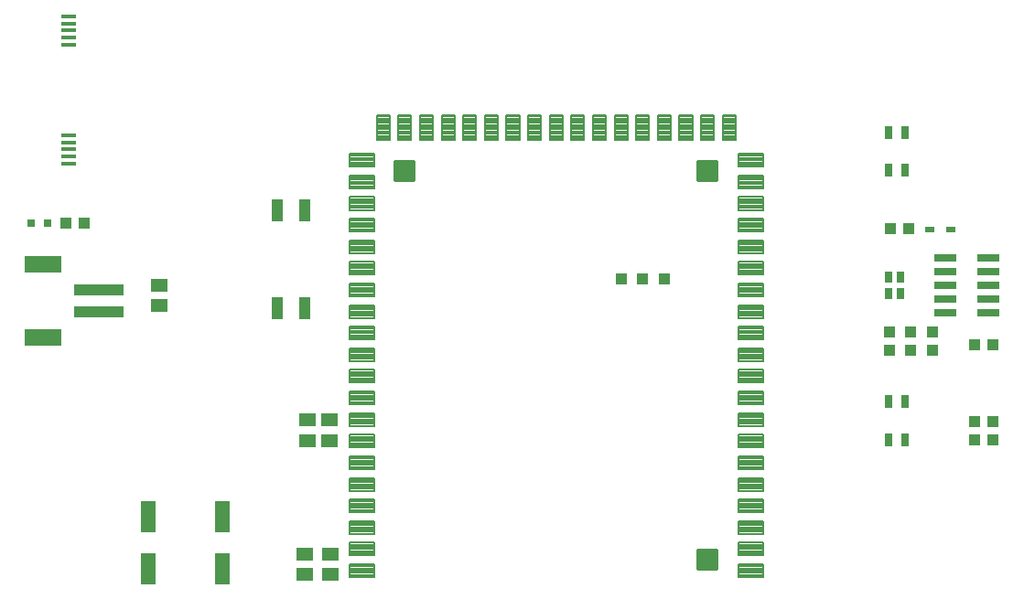
<source format=gtp>
G75*
%MOIN*%
%OFA0B0*%
%FSLAX25Y25*%
%IPPOS*%
%LPD*%
%AMOC8*
5,1,8,0,0,1.08239X$1,22.5*
%
%ADD10R,0.18110X0.03937*%
%ADD11R,0.13386X0.06299*%
%ADD12R,0.03150X0.03150*%
%ADD13R,0.04331X0.03937*%
%ADD14R,0.03937X0.04331*%
%ADD15R,0.04300X0.07900*%
%ADD16R,0.03150X0.03937*%
%ADD17C,0.00827*%
%ADD18C,0.01181*%
%ADD19R,0.03937X0.03937*%
%ADD20R,0.05906X0.05118*%
%ADD21R,0.05512X0.11811*%
%ADD22R,0.05512X0.01575*%
%ADD23R,0.02500X0.05000*%
%ADD24R,0.08268X0.02756*%
%ADD25R,0.03543X0.01969*%
D10*
X0047315Y0141164D03*
X0047315Y0149038D03*
D11*
X0026843Y0158487D03*
X0026843Y0131715D03*
D12*
X0028461Y0173427D03*
X0022556Y0173427D03*
D13*
X0335189Y0133605D03*
X0342984Y0133605D03*
X0350858Y0133605D03*
X0350858Y0126912D03*
X0342984Y0126912D03*
X0335189Y0126912D03*
D14*
X0366219Y0128959D03*
X0372912Y0128959D03*
X0372912Y0101006D03*
X0372912Y0094313D03*
X0366219Y0094313D03*
X0366219Y0101006D03*
X0342354Y0171321D03*
X0335661Y0171321D03*
X0041849Y0173427D03*
X0035156Y0173427D03*
D15*
X0112299Y0177864D03*
X0122299Y0177864D03*
X0122299Y0142464D03*
X0112299Y0142464D03*
D16*
X0334948Y0147660D03*
X0339279Y0147660D03*
X0339279Y0153565D03*
X0334948Y0153565D03*
D17*
X0289256Y0159255D02*
X0280240Y0159255D01*
X0289256Y0159255D02*
X0289256Y0154569D01*
X0280240Y0154569D01*
X0280240Y0159255D01*
X0280240Y0155355D02*
X0289256Y0155355D01*
X0289256Y0156141D02*
X0280240Y0156141D01*
X0280240Y0156927D02*
X0289256Y0156927D01*
X0289256Y0157713D02*
X0280240Y0157713D01*
X0280240Y0158499D02*
X0289256Y0158499D01*
X0289256Y0167129D02*
X0280240Y0167129D01*
X0289256Y0167129D02*
X0289256Y0162443D01*
X0280240Y0162443D01*
X0280240Y0167129D01*
X0280240Y0163229D02*
X0289256Y0163229D01*
X0289256Y0164015D02*
X0280240Y0164015D01*
X0280240Y0164801D02*
X0289256Y0164801D01*
X0289256Y0165587D02*
X0280240Y0165587D01*
X0280240Y0166373D02*
X0289256Y0166373D01*
X0289256Y0175003D02*
X0280240Y0175003D01*
X0289256Y0175003D02*
X0289256Y0170317D01*
X0280240Y0170317D01*
X0280240Y0175003D01*
X0280240Y0171103D02*
X0289256Y0171103D01*
X0289256Y0171889D02*
X0280240Y0171889D01*
X0280240Y0172675D02*
X0289256Y0172675D01*
X0289256Y0173461D02*
X0280240Y0173461D01*
X0280240Y0174247D02*
X0289256Y0174247D01*
X0289256Y0182877D02*
X0280240Y0182877D01*
X0289256Y0182877D02*
X0289256Y0178191D01*
X0280240Y0178191D01*
X0280240Y0182877D01*
X0280240Y0178977D02*
X0289256Y0178977D01*
X0289256Y0179763D02*
X0280240Y0179763D01*
X0280240Y0180549D02*
X0289256Y0180549D01*
X0289256Y0181335D02*
X0280240Y0181335D01*
X0280240Y0182121D02*
X0289256Y0182121D01*
X0289256Y0190751D02*
X0280240Y0190751D01*
X0289256Y0190751D02*
X0289256Y0186065D01*
X0280240Y0186065D01*
X0280240Y0190751D01*
X0280240Y0186851D02*
X0289256Y0186851D01*
X0289256Y0187637D02*
X0280240Y0187637D01*
X0280240Y0188423D02*
X0289256Y0188423D01*
X0289256Y0189209D02*
X0280240Y0189209D01*
X0280240Y0189995D02*
X0289256Y0189995D01*
X0289256Y0198625D02*
X0280240Y0198625D01*
X0289256Y0198625D02*
X0289256Y0193939D01*
X0280240Y0193939D01*
X0280240Y0198625D01*
X0280240Y0194725D02*
X0289256Y0194725D01*
X0289256Y0195511D02*
X0280240Y0195511D01*
X0280240Y0196297D02*
X0289256Y0196297D01*
X0289256Y0197083D02*
X0280240Y0197083D01*
X0280240Y0197869D02*
X0289256Y0197869D01*
X0274500Y0203616D02*
X0274500Y0212632D01*
X0279186Y0212632D01*
X0279186Y0203616D01*
X0274500Y0203616D01*
X0274500Y0204402D02*
X0279186Y0204402D01*
X0279186Y0205188D02*
X0274500Y0205188D01*
X0274500Y0205974D02*
X0279186Y0205974D01*
X0279186Y0206760D02*
X0274500Y0206760D01*
X0274500Y0207546D02*
X0279186Y0207546D01*
X0279186Y0208332D02*
X0274500Y0208332D01*
X0274500Y0209118D02*
X0279186Y0209118D01*
X0279186Y0209904D02*
X0274500Y0209904D01*
X0274500Y0210690D02*
X0279186Y0210690D01*
X0279186Y0211476D02*
X0274500Y0211476D01*
X0274500Y0212262D02*
X0279186Y0212262D01*
X0266626Y0212632D02*
X0266626Y0203616D01*
X0266626Y0212632D02*
X0271312Y0212632D01*
X0271312Y0203616D01*
X0266626Y0203616D01*
X0266626Y0204402D02*
X0271312Y0204402D01*
X0271312Y0205188D02*
X0266626Y0205188D01*
X0266626Y0205974D02*
X0271312Y0205974D01*
X0271312Y0206760D02*
X0266626Y0206760D01*
X0266626Y0207546D02*
X0271312Y0207546D01*
X0271312Y0208332D02*
X0266626Y0208332D01*
X0266626Y0209118D02*
X0271312Y0209118D01*
X0271312Y0209904D02*
X0266626Y0209904D01*
X0266626Y0210690D02*
X0271312Y0210690D01*
X0271312Y0211476D02*
X0266626Y0211476D01*
X0266626Y0212262D02*
X0271312Y0212262D01*
X0258751Y0212632D02*
X0258751Y0203616D01*
X0258751Y0212632D02*
X0263437Y0212632D01*
X0263437Y0203616D01*
X0258751Y0203616D01*
X0258751Y0204402D02*
X0263437Y0204402D01*
X0263437Y0205188D02*
X0258751Y0205188D01*
X0258751Y0205974D02*
X0263437Y0205974D01*
X0263437Y0206760D02*
X0258751Y0206760D01*
X0258751Y0207546D02*
X0263437Y0207546D01*
X0263437Y0208332D02*
X0258751Y0208332D01*
X0258751Y0209118D02*
X0263437Y0209118D01*
X0263437Y0209904D02*
X0258751Y0209904D01*
X0258751Y0210690D02*
X0263437Y0210690D01*
X0263437Y0211476D02*
X0258751Y0211476D01*
X0258751Y0212262D02*
X0263437Y0212262D01*
X0250877Y0212632D02*
X0250877Y0203616D01*
X0250877Y0212632D02*
X0255563Y0212632D01*
X0255563Y0203616D01*
X0250877Y0203616D01*
X0250877Y0204402D02*
X0255563Y0204402D01*
X0255563Y0205188D02*
X0250877Y0205188D01*
X0250877Y0205974D02*
X0255563Y0205974D01*
X0255563Y0206760D02*
X0250877Y0206760D01*
X0250877Y0207546D02*
X0255563Y0207546D01*
X0255563Y0208332D02*
X0250877Y0208332D01*
X0250877Y0209118D02*
X0255563Y0209118D01*
X0255563Y0209904D02*
X0250877Y0209904D01*
X0250877Y0210690D02*
X0255563Y0210690D01*
X0255563Y0211476D02*
X0250877Y0211476D01*
X0250877Y0212262D02*
X0255563Y0212262D01*
X0243003Y0212632D02*
X0243003Y0203616D01*
X0243003Y0212632D02*
X0247689Y0212632D01*
X0247689Y0203616D01*
X0243003Y0203616D01*
X0243003Y0204402D02*
X0247689Y0204402D01*
X0247689Y0205188D02*
X0243003Y0205188D01*
X0243003Y0205974D02*
X0247689Y0205974D01*
X0247689Y0206760D02*
X0243003Y0206760D01*
X0243003Y0207546D02*
X0247689Y0207546D01*
X0247689Y0208332D02*
X0243003Y0208332D01*
X0243003Y0209118D02*
X0247689Y0209118D01*
X0247689Y0209904D02*
X0243003Y0209904D01*
X0243003Y0210690D02*
X0247689Y0210690D01*
X0247689Y0211476D02*
X0243003Y0211476D01*
X0243003Y0212262D02*
X0247689Y0212262D01*
X0235129Y0212632D02*
X0235129Y0203616D01*
X0235129Y0212632D02*
X0239815Y0212632D01*
X0239815Y0203616D01*
X0235129Y0203616D01*
X0235129Y0204402D02*
X0239815Y0204402D01*
X0239815Y0205188D02*
X0235129Y0205188D01*
X0235129Y0205974D02*
X0239815Y0205974D01*
X0239815Y0206760D02*
X0235129Y0206760D01*
X0235129Y0207546D02*
X0239815Y0207546D01*
X0239815Y0208332D02*
X0235129Y0208332D01*
X0235129Y0209118D02*
X0239815Y0209118D01*
X0239815Y0209904D02*
X0235129Y0209904D01*
X0235129Y0210690D02*
X0239815Y0210690D01*
X0239815Y0211476D02*
X0235129Y0211476D01*
X0235129Y0212262D02*
X0239815Y0212262D01*
X0227255Y0212632D02*
X0227255Y0203616D01*
X0227255Y0212632D02*
X0231941Y0212632D01*
X0231941Y0203616D01*
X0227255Y0203616D01*
X0227255Y0204402D02*
X0231941Y0204402D01*
X0231941Y0205188D02*
X0227255Y0205188D01*
X0227255Y0205974D02*
X0231941Y0205974D01*
X0231941Y0206760D02*
X0227255Y0206760D01*
X0227255Y0207546D02*
X0231941Y0207546D01*
X0231941Y0208332D02*
X0227255Y0208332D01*
X0227255Y0209118D02*
X0231941Y0209118D01*
X0231941Y0209904D02*
X0227255Y0209904D01*
X0227255Y0210690D02*
X0231941Y0210690D01*
X0231941Y0211476D02*
X0227255Y0211476D01*
X0227255Y0212262D02*
X0231941Y0212262D01*
X0219381Y0212632D02*
X0219381Y0203616D01*
X0219381Y0212632D02*
X0224067Y0212632D01*
X0224067Y0203616D01*
X0219381Y0203616D01*
X0219381Y0204402D02*
X0224067Y0204402D01*
X0224067Y0205188D02*
X0219381Y0205188D01*
X0219381Y0205974D02*
X0224067Y0205974D01*
X0224067Y0206760D02*
X0219381Y0206760D01*
X0219381Y0207546D02*
X0224067Y0207546D01*
X0224067Y0208332D02*
X0219381Y0208332D01*
X0219381Y0209118D02*
X0224067Y0209118D01*
X0224067Y0209904D02*
X0219381Y0209904D01*
X0219381Y0210690D02*
X0224067Y0210690D01*
X0224067Y0211476D02*
X0219381Y0211476D01*
X0219381Y0212262D02*
X0224067Y0212262D01*
X0211507Y0212632D02*
X0211507Y0203616D01*
X0211507Y0212632D02*
X0216193Y0212632D01*
X0216193Y0203616D01*
X0211507Y0203616D01*
X0211507Y0204402D02*
X0216193Y0204402D01*
X0216193Y0205188D02*
X0211507Y0205188D01*
X0211507Y0205974D02*
X0216193Y0205974D01*
X0216193Y0206760D02*
X0211507Y0206760D01*
X0211507Y0207546D02*
X0216193Y0207546D01*
X0216193Y0208332D02*
X0211507Y0208332D01*
X0211507Y0209118D02*
X0216193Y0209118D01*
X0216193Y0209904D02*
X0211507Y0209904D01*
X0211507Y0210690D02*
X0216193Y0210690D01*
X0216193Y0211476D02*
X0211507Y0211476D01*
X0211507Y0212262D02*
X0216193Y0212262D01*
X0203633Y0212632D02*
X0203633Y0203616D01*
X0203633Y0212632D02*
X0208319Y0212632D01*
X0208319Y0203616D01*
X0203633Y0203616D01*
X0203633Y0204402D02*
X0208319Y0204402D01*
X0208319Y0205188D02*
X0203633Y0205188D01*
X0203633Y0205974D02*
X0208319Y0205974D01*
X0208319Y0206760D02*
X0203633Y0206760D01*
X0203633Y0207546D02*
X0208319Y0207546D01*
X0208319Y0208332D02*
X0203633Y0208332D01*
X0203633Y0209118D02*
X0208319Y0209118D01*
X0208319Y0209904D02*
X0203633Y0209904D01*
X0203633Y0210690D02*
X0208319Y0210690D01*
X0208319Y0211476D02*
X0203633Y0211476D01*
X0203633Y0212262D02*
X0208319Y0212262D01*
X0195759Y0212632D02*
X0195759Y0203616D01*
X0195759Y0212632D02*
X0200445Y0212632D01*
X0200445Y0203616D01*
X0195759Y0203616D01*
X0195759Y0204402D02*
X0200445Y0204402D01*
X0200445Y0205188D02*
X0195759Y0205188D01*
X0195759Y0205974D02*
X0200445Y0205974D01*
X0200445Y0206760D02*
X0195759Y0206760D01*
X0195759Y0207546D02*
X0200445Y0207546D01*
X0200445Y0208332D02*
X0195759Y0208332D01*
X0195759Y0209118D02*
X0200445Y0209118D01*
X0200445Y0209904D02*
X0195759Y0209904D01*
X0195759Y0210690D02*
X0200445Y0210690D01*
X0200445Y0211476D02*
X0195759Y0211476D01*
X0195759Y0212262D02*
X0200445Y0212262D01*
X0187885Y0212632D02*
X0187885Y0203616D01*
X0187885Y0212632D02*
X0192571Y0212632D01*
X0192571Y0203616D01*
X0187885Y0203616D01*
X0187885Y0204402D02*
X0192571Y0204402D01*
X0192571Y0205188D02*
X0187885Y0205188D01*
X0187885Y0205974D02*
X0192571Y0205974D01*
X0192571Y0206760D02*
X0187885Y0206760D01*
X0187885Y0207546D02*
X0192571Y0207546D01*
X0192571Y0208332D02*
X0187885Y0208332D01*
X0187885Y0209118D02*
X0192571Y0209118D01*
X0192571Y0209904D02*
X0187885Y0209904D01*
X0187885Y0210690D02*
X0192571Y0210690D01*
X0192571Y0211476D02*
X0187885Y0211476D01*
X0187885Y0212262D02*
X0192571Y0212262D01*
X0180011Y0212632D02*
X0180011Y0203616D01*
X0180011Y0212632D02*
X0184697Y0212632D01*
X0184697Y0203616D01*
X0180011Y0203616D01*
X0180011Y0204402D02*
X0184697Y0204402D01*
X0184697Y0205188D02*
X0180011Y0205188D01*
X0180011Y0205974D02*
X0184697Y0205974D01*
X0184697Y0206760D02*
X0180011Y0206760D01*
X0180011Y0207546D02*
X0184697Y0207546D01*
X0184697Y0208332D02*
X0180011Y0208332D01*
X0180011Y0209118D02*
X0184697Y0209118D01*
X0184697Y0209904D02*
X0180011Y0209904D01*
X0180011Y0210690D02*
X0184697Y0210690D01*
X0184697Y0211476D02*
X0180011Y0211476D01*
X0180011Y0212262D02*
X0184697Y0212262D01*
X0172137Y0212632D02*
X0172137Y0203616D01*
X0172137Y0212632D02*
X0176823Y0212632D01*
X0176823Y0203616D01*
X0172137Y0203616D01*
X0172137Y0204402D02*
X0176823Y0204402D01*
X0176823Y0205188D02*
X0172137Y0205188D01*
X0172137Y0205974D02*
X0176823Y0205974D01*
X0176823Y0206760D02*
X0172137Y0206760D01*
X0172137Y0207546D02*
X0176823Y0207546D01*
X0176823Y0208332D02*
X0172137Y0208332D01*
X0172137Y0209118D02*
X0176823Y0209118D01*
X0176823Y0209904D02*
X0172137Y0209904D01*
X0172137Y0210690D02*
X0176823Y0210690D01*
X0176823Y0211476D02*
X0172137Y0211476D01*
X0172137Y0212262D02*
X0176823Y0212262D01*
X0164263Y0212632D02*
X0164263Y0203616D01*
X0164263Y0212632D02*
X0168949Y0212632D01*
X0168949Y0203616D01*
X0164263Y0203616D01*
X0164263Y0204402D02*
X0168949Y0204402D01*
X0168949Y0205188D02*
X0164263Y0205188D01*
X0164263Y0205974D02*
X0168949Y0205974D01*
X0168949Y0206760D02*
X0164263Y0206760D01*
X0164263Y0207546D02*
X0168949Y0207546D01*
X0168949Y0208332D02*
X0164263Y0208332D01*
X0164263Y0209118D02*
X0168949Y0209118D01*
X0168949Y0209904D02*
X0164263Y0209904D01*
X0164263Y0210690D02*
X0168949Y0210690D01*
X0168949Y0211476D02*
X0164263Y0211476D01*
X0164263Y0212262D02*
X0168949Y0212262D01*
X0156389Y0212632D02*
X0156389Y0203616D01*
X0156389Y0212632D02*
X0161075Y0212632D01*
X0161075Y0203616D01*
X0156389Y0203616D01*
X0156389Y0204402D02*
X0161075Y0204402D01*
X0161075Y0205188D02*
X0156389Y0205188D01*
X0156389Y0205974D02*
X0161075Y0205974D01*
X0161075Y0206760D02*
X0156389Y0206760D01*
X0156389Y0207546D02*
X0161075Y0207546D01*
X0161075Y0208332D02*
X0156389Y0208332D01*
X0156389Y0209118D02*
X0161075Y0209118D01*
X0161075Y0209904D02*
X0156389Y0209904D01*
X0156389Y0210690D02*
X0161075Y0210690D01*
X0161075Y0211476D02*
X0156389Y0211476D01*
X0156389Y0212262D02*
X0161075Y0212262D01*
X0148515Y0212632D02*
X0148515Y0203616D01*
X0148515Y0212632D02*
X0153201Y0212632D01*
X0153201Y0203616D01*
X0148515Y0203616D01*
X0148515Y0204402D02*
X0153201Y0204402D01*
X0153201Y0205188D02*
X0148515Y0205188D01*
X0148515Y0205974D02*
X0153201Y0205974D01*
X0153201Y0206760D02*
X0148515Y0206760D01*
X0148515Y0207546D02*
X0153201Y0207546D01*
X0153201Y0208332D02*
X0148515Y0208332D01*
X0148515Y0209118D02*
X0153201Y0209118D01*
X0153201Y0209904D02*
X0148515Y0209904D01*
X0148515Y0210690D02*
X0153201Y0210690D01*
X0153201Y0211476D02*
X0148515Y0211476D01*
X0148515Y0212262D02*
X0153201Y0212262D01*
X0147461Y0193939D02*
X0138445Y0193939D01*
X0138445Y0198625D01*
X0147461Y0198625D01*
X0147461Y0193939D01*
X0147461Y0194725D02*
X0138445Y0194725D01*
X0138445Y0195511D02*
X0147461Y0195511D01*
X0147461Y0196297D02*
X0138445Y0196297D01*
X0138445Y0197083D02*
X0147461Y0197083D01*
X0147461Y0197869D02*
X0138445Y0197869D01*
X0138445Y0186065D02*
X0147461Y0186065D01*
X0138445Y0186065D02*
X0138445Y0190751D01*
X0147461Y0190751D01*
X0147461Y0186065D01*
X0147461Y0186851D02*
X0138445Y0186851D01*
X0138445Y0187637D02*
X0147461Y0187637D01*
X0147461Y0188423D02*
X0138445Y0188423D01*
X0138445Y0189209D02*
X0147461Y0189209D01*
X0147461Y0189995D02*
X0138445Y0189995D01*
X0138445Y0178191D02*
X0147461Y0178191D01*
X0138445Y0178191D02*
X0138445Y0182877D01*
X0147461Y0182877D01*
X0147461Y0178191D01*
X0147461Y0178977D02*
X0138445Y0178977D01*
X0138445Y0179763D02*
X0147461Y0179763D01*
X0147461Y0180549D02*
X0138445Y0180549D01*
X0138445Y0181335D02*
X0147461Y0181335D01*
X0147461Y0182121D02*
X0138445Y0182121D01*
X0138445Y0170317D02*
X0147461Y0170317D01*
X0138445Y0170317D02*
X0138445Y0175003D01*
X0147461Y0175003D01*
X0147461Y0170317D01*
X0147461Y0171103D02*
X0138445Y0171103D01*
X0138445Y0171889D02*
X0147461Y0171889D01*
X0147461Y0172675D02*
X0138445Y0172675D01*
X0138445Y0173461D02*
X0147461Y0173461D01*
X0147461Y0174247D02*
X0138445Y0174247D01*
X0138445Y0162443D02*
X0147461Y0162443D01*
X0138445Y0162443D02*
X0138445Y0167129D01*
X0147461Y0167129D01*
X0147461Y0162443D01*
X0147461Y0163229D02*
X0138445Y0163229D01*
X0138445Y0164015D02*
X0147461Y0164015D01*
X0147461Y0164801D02*
X0138445Y0164801D01*
X0138445Y0165587D02*
X0147461Y0165587D01*
X0147461Y0166373D02*
X0138445Y0166373D01*
X0138445Y0154569D02*
X0147461Y0154569D01*
X0138445Y0154569D02*
X0138445Y0159255D01*
X0147461Y0159255D01*
X0147461Y0154569D01*
X0147461Y0155355D02*
X0138445Y0155355D01*
X0138445Y0156141D02*
X0147461Y0156141D01*
X0147461Y0156927D02*
X0138445Y0156927D01*
X0138445Y0157713D02*
X0147461Y0157713D01*
X0147461Y0158499D02*
X0138445Y0158499D01*
X0138445Y0146695D02*
X0147461Y0146695D01*
X0138445Y0146695D02*
X0138445Y0151381D01*
X0147461Y0151381D01*
X0147461Y0146695D01*
X0147461Y0147481D02*
X0138445Y0147481D01*
X0138445Y0148267D02*
X0147461Y0148267D01*
X0147461Y0149053D02*
X0138445Y0149053D01*
X0138445Y0149839D02*
X0147461Y0149839D01*
X0147461Y0150625D02*
X0138445Y0150625D01*
X0138445Y0138821D02*
X0147461Y0138821D01*
X0138445Y0138821D02*
X0138445Y0143507D01*
X0147461Y0143507D01*
X0147461Y0138821D01*
X0147461Y0139607D02*
X0138445Y0139607D01*
X0138445Y0140393D02*
X0147461Y0140393D01*
X0147461Y0141179D02*
X0138445Y0141179D01*
X0138445Y0141965D02*
X0147461Y0141965D01*
X0147461Y0142751D02*
X0138445Y0142751D01*
X0138445Y0130947D02*
X0147461Y0130947D01*
X0138445Y0130947D02*
X0138445Y0135633D01*
X0147461Y0135633D01*
X0147461Y0130947D01*
X0147461Y0131733D02*
X0138445Y0131733D01*
X0138445Y0132519D02*
X0147461Y0132519D01*
X0147461Y0133305D02*
X0138445Y0133305D01*
X0138445Y0134091D02*
X0147461Y0134091D01*
X0147461Y0134877D02*
X0138445Y0134877D01*
X0138445Y0123073D02*
X0147461Y0123073D01*
X0138445Y0123073D02*
X0138445Y0127759D01*
X0147461Y0127759D01*
X0147461Y0123073D01*
X0147461Y0123859D02*
X0138445Y0123859D01*
X0138445Y0124645D02*
X0147461Y0124645D01*
X0147461Y0125431D02*
X0138445Y0125431D01*
X0138445Y0126217D02*
X0147461Y0126217D01*
X0147461Y0127003D02*
X0138445Y0127003D01*
X0138445Y0115199D02*
X0147461Y0115199D01*
X0138445Y0115199D02*
X0138445Y0119885D01*
X0147461Y0119885D01*
X0147461Y0115199D01*
X0147461Y0115985D02*
X0138445Y0115985D01*
X0138445Y0116771D02*
X0147461Y0116771D01*
X0147461Y0117557D02*
X0138445Y0117557D01*
X0138445Y0118343D02*
X0147461Y0118343D01*
X0147461Y0119129D02*
X0138445Y0119129D01*
X0138445Y0107325D02*
X0147461Y0107325D01*
X0138445Y0107325D02*
X0138445Y0112011D01*
X0147461Y0112011D01*
X0147461Y0107325D01*
X0147461Y0108111D02*
X0138445Y0108111D01*
X0138445Y0108897D02*
X0147461Y0108897D01*
X0147461Y0109683D02*
X0138445Y0109683D01*
X0138445Y0110469D02*
X0147461Y0110469D01*
X0147461Y0111255D02*
X0138445Y0111255D01*
X0138445Y0099451D02*
X0147461Y0099451D01*
X0138445Y0099451D02*
X0138445Y0104137D01*
X0147461Y0104137D01*
X0147461Y0099451D01*
X0147461Y0100237D02*
X0138445Y0100237D01*
X0138445Y0101023D02*
X0147461Y0101023D01*
X0147461Y0101809D02*
X0138445Y0101809D01*
X0138445Y0102595D02*
X0147461Y0102595D01*
X0147461Y0103381D02*
X0138445Y0103381D01*
X0138445Y0091577D02*
X0147461Y0091577D01*
X0138445Y0091577D02*
X0138445Y0096263D01*
X0147461Y0096263D01*
X0147461Y0091577D01*
X0147461Y0092363D02*
X0138445Y0092363D01*
X0138445Y0093149D02*
X0147461Y0093149D01*
X0147461Y0093935D02*
X0138445Y0093935D01*
X0138445Y0094721D02*
X0147461Y0094721D01*
X0147461Y0095507D02*
X0138445Y0095507D01*
X0138445Y0083703D02*
X0147461Y0083703D01*
X0138445Y0083703D02*
X0138445Y0088389D01*
X0147461Y0088389D01*
X0147461Y0083703D01*
X0147461Y0084489D02*
X0138445Y0084489D01*
X0138445Y0085275D02*
X0147461Y0085275D01*
X0147461Y0086061D02*
X0138445Y0086061D01*
X0138445Y0086847D02*
X0147461Y0086847D01*
X0147461Y0087633D02*
X0138445Y0087633D01*
X0138445Y0075829D02*
X0147461Y0075829D01*
X0138445Y0075829D02*
X0138445Y0080515D01*
X0147461Y0080515D01*
X0147461Y0075829D01*
X0147461Y0076615D02*
X0138445Y0076615D01*
X0138445Y0077401D02*
X0147461Y0077401D01*
X0147461Y0078187D02*
X0138445Y0078187D01*
X0138445Y0078973D02*
X0147461Y0078973D01*
X0147461Y0079759D02*
X0138445Y0079759D01*
X0138445Y0067955D02*
X0147461Y0067955D01*
X0138445Y0067955D02*
X0138445Y0072641D01*
X0147461Y0072641D01*
X0147461Y0067955D01*
X0147461Y0068741D02*
X0138445Y0068741D01*
X0138445Y0069527D02*
X0147461Y0069527D01*
X0147461Y0070313D02*
X0138445Y0070313D01*
X0138445Y0071099D02*
X0147461Y0071099D01*
X0147461Y0071885D02*
X0138445Y0071885D01*
X0138445Y0060081D02*
X0147461Y0060081D01*
X0138445Y0060081D02*
X0138445Y0064767D01*
X0147461Y0064767D01*
X0147461Y0060081D01*
X0147461Y0060867D02*
X0138445Y0060867D01*
X0138445Y0061653D02*
X0147461Y0061653D01*
X0147461Y0062439D02*
X0138445Y0062439D01*
X0138445Y0063225D02*
X0147461Y0063225D01*
X0147461Y0064011D02*
X0138445Y0064011D01*
X0138445Y0052207D02*
X0147461Y0052207D01*
X0138445Y0052207D02*
X0138445Y0056893D01*
X0147461Y0056893D01*
X0147461Y0052207D01*
X0147461Y0052993D02*
X0138445Y0052993D01*
X0138445Y0053779D02*
X0147461Y0053779D01*
X0147461Y0054565D02*
X0138445Y0054565D01*
X0138445Y0055351D02*
X0147461Y0055351D01*
X0147461Y0056137D02*
X0138445Y0056137D01*
X0138445Y0044333D02*
X0147461Y0044333D01*
X0138445Y0044333D02*
X0138445Y0049019D01*
X0147461Y0049019D01*
X0147461Y0044333D01*
X0147461Y0045119D02*
X0138445Y0045119D01*
X0138445Y0045905D02*
X0147461Y0045905D01*
X0147461Y0046691D02*
X0138445Y0046691D01*
X0138445Y0047477D02*
X0147461Y0047477D01*
X0147461Y0048263D02*
X0138445Y0048263D01*
X0280240Y0049019D02*
X0289256Y0049019D01*
X0289256Y0044333D01*
X0280240Y0044333D01*
X0280240Y0049019D01*
X0280240Y0045119D02*
X0289256Y0045119D01*
X0289256Y0045905D02*
X0280240Y0045905D01*
X0280240Y0046691D02*
X0289256Y0046691D01*
X0289256Y0047477D02*
X0280240Y0047477D01*
X0280240Y0048263D02*
X0289256Y0048263D01*
X0289256Y0056893D02*
X0280240Y0056893D01*
X0289256Y0056893D02*
X0289256Y0052207D01*
X0280240Y0052207D01*
X0280240Y0056893D01*
X0280240Y0052993D02*
X0289256Y0052993D01*
X0289256Y0053779D02*
X0280240Y0053779D01*
X0280240Y0054565D02*
X0289256Y0054565D01*
X0289256Y0055351D02*
X0280240Y0055351D01*
X0280240Y0056137D02*
X0289256Y0056137D01*
X0289256Y0064767D02*
X0280240Y0064767D01*
X0289256Y0064767D02*
X0289256Y0060081D01*
X0280240Y0060081D01*
X0280240Y0064767D01*
X0280240Y0060867D02*
X0289256Y0060867D01*
X0289256Y0061653D02*
X0280240Y0061653D01*
X0280240Y0062439D02*
X0289256Y0062439D01*
X0289256Y0063225D02*
X0280240Y0063225D01*
X0280240Y0064011D02*
X0289256Y0064011D01*
X0289256Y0072641D02*
X0280240Y0072641D01*
X0289256Y0072641D02*
X0289256Y0067955D01*
X0280240Y0067955D01*
X0280240Y0072641D01*
X0280240Y0068741D02*
X0289256Y0068741D01*
X0289256Y0069527D02*
X0280240Y0069527D01*
X0280240Y0070313D02*
X0289256Y0070313D01*
X0289256Y0071099D02*
X0280240Y0071099D01*
X0280240Y0071885D02*
X0289256Y0071885D01*
X0289256Y0080515D02*
X0280240Y0080515D01*
X0289256Y0080515D02*
X0289256Y0075829D01*
X0280240Y0075829D01*
X0280240Y0080515D01*
X0280240Y0076615D02*
X0289256Y0076615D01*
X0289256Y0077401D02*
X0280240Y0077401D01*
X0280240Y0078187D02*
X0289256Y0078187D01*
X0289256Y0078973D02*
X0280240Y0078973D01*
X0280240Y0079759D02*
X0289256Y0079759D01*
X0289256Y0088389D02*
X0280240Y0088389D01*
X0289256Y0088389D02*
X0289256Y0083703D01*
X0280240Y0083703D01*
X0280240Y0088389D01*
X0280240Y0084489D02*
X0289256Y0084489D01*
X0289256Y0085275D02*
X0280240Y0085275D01*
X0280240Y0086061D02*
X0289256Y0086061D01*
X0289256Y0086847D02*
X0280240Y0086847D01*
X0280240Y0087633D02*
X0289256Y0087633D01*
X0289256Y0096263D02*
X0280240Y0096263D01*
X0289256Y0096263D02*
X0289256Y0091577D01*
X0280240Y0091577D01*
X0280240Y0096263D01*
X0280240Y0092363D02*
X0289256Y0092363D01*
X0289256Y0093149D02*
X0280240Y0093149D01*
X0280240Y0093935D02*
X0289256Y0093935D01*
X0289256Y0094721D02*
X0280240Y0094721D01*
X0280240Y0095507D02*
X0289256Y0095507D01*
X0289256Y0104137D02*
X0280240Y0104137D01*
X0289256Y0104137D02*
X0289256Y0099451D01*
X0280240Y0099451D01*
X0280240Y0104137D01*
X0280240Y0100237D02*
X0289256Y0100237D01*
X0289256Y0101023D02*
X0280240Y0101023D01*
X0280240Y0101809D02*
X0289256Y0101809D01*
X0289256Y0102595D02*
X0280240Y0102595D01*
X0280240Y0103381D02*
X0289256Y0103381D01*
X0289256Y0112011D02*
X0280240Y0112011D01*
X0289256Y0112011D02*
X0289256Y0107325D01*
X0280240Y0107325D01*
X0280240Y0112011D01*
X0280240Y0108111D02*
X0289256Y0108111D01*
X0289256Y0108897D02*
X0280240Y0108897D01*
X0280240Y0109683D02*
X0289256Y0109683D01*
X0289256Y0110469D02*
X0280240Y0110469D01*
X0280240Y0111255D02*
X0289256Y0111255D01*
X0289256Y0119885D02*
X0280240Y0119885D01*
X0289256Y0119885D02*
X0289256Y0115199D01*
X0280240Y0115199D01*
X0280240Y0119885D01*
X0280240Y0115985D02*
X0289256Y0115985D01*
X0289256Y0116771D02*
X0280240Y0116771D01*
X0280240Y0117557D02*
X0289256Y0117557D01*
X0289256Y0118343D02*
X0280240Y0118343D01*
X0280240Y0119129D02*
X0289256Y0119129D01*
X0289256Y0127759D02*
X0280240Y0127759D01*
X0289256Y0127759D02*
X0289256Y0123073D01*
X0280240Y0123073D01*
X0280240Y0127759D01*
X0280240Y0123859D02*
X0289256Y0123859D01*
X0289256Y0124645D02*
X0280240Y0124645D01*
X0280240Y0125431D02*
X0289256Y0125431D01*
X0289256Y0126217D02*
X0280240Y0126217D01*
X0280240Y0127003D02*
X0289256Y0127003D01*
X0289256Y0135633D02*
X0280240Y0135633D01*
X0289256Y0135633D02*
X0289256Y0130947D01*
X0280240Y0130947D01*
X0280240Y0135633D01*
X0280240Y0131733D02*
X0289256Y0131733D01*
X0289256Y0132519D02*
X0280240Y0132519D01*
X0280240Y0133305D02*
X0289256Y0133305D01*
X0289256Y0134091D02*
X0280240Y0134091D01*
X0280240Y0134877D02*
X0289256Y0134877D01*
X0289256Y0143507D02*
X0280240Y0143507D01*
X0289256Y0143507D02*
X0289256Y0138821D01*
X0280240Y0138821D01*
X0280240Y0143507D01*
X0280240Y0139607D02*
X0289256Y0139607D01*
X0289256Y0140393D02*
X0280240Y0140393D01*
X0280240Y0141179D02*
X0289256Y0141179D01*
X0289256Y0141965D02*
X0280240Y0141965D01*
X0280240Y0142751D02*
X0289256Y0142751D01*
X0289256Y0151381D02*
X0280240Y0151381D01*
X0289256Y0151381D02*
X0289256Y0146695D01*
X0280240Y0146695D01*
X0280240Y0151381D01*
X0280240Y0147481D02*
X0289256Y0147481D01*
X0289256Y0148267D02*
X0280240Y0148267D01*
X0280240Y0149053D02*
X0289256Y0149053D01*
X0289256Y0149839D02*
X0280240Y0149839D01*
X0280240Y0150625D02*
X0289256Y0150625D01*
D18*
X0272316Y0188998D02*
X0265622Y0188998D01*
X0265622Y0195692D01*
X0272316Y0195692D01*
X0272316Y0188998D01*
X0272316Y0190120D02*
X0265622Y0190120D01*
X0265622Y0191242D02*
X0272316Y0191242D01*
X0272316Y0192364D02*
X0265622Y0192364D01*
X0265622Y0193486D02*
X0272316Y0193486D01*
X0272316Y0194608D02*
X0265622Y0194608D01*
X0162079Y0188998D02*
X0155385Y0188998D01*
X0155385Y0195692D01*
X0162079Y0195692D01*
X0162079Y0188998D01*
X0162079Y0190120D02*
X0155385Y0190120D01*
X0155385Y0191242D02*
X0162079Y0191242D01*
X0162079Y0192364D02*
X0155385Y0192364D01*
X0155385Y0193486D02*
X0162079Y0193486D01*
X0162079Y0194608D02*
X0155385Y0194608D01*
X0265622Y0047266D02*
X0272316Y0047266D01*
X0265622Y0047266D02*
X0265622Y0053960D01*
X0272316Y0053960D01*
X0272316Y0047266D01*
X0272316Y0048388D02*
X0265622Y0048388D01*
X0265622Y0049510D02*
X0272316Y0049510D01*
X0272316Y0050632D02*
X0265622Y0050632D01*
X0265622Y0051754D02*
X0272316Y0051754D01*
X0272316Y0052876D02*
X0265622Y0052876D01*
D19*
X0253220Y0152975D03*
X0245346Y0152975D03*
X0237472Y0152975D03*
D20*
X0131173Y0101597D03*
X0131173Y0094117D03*
X0123299Y0094117D03*
X0123299Y0101597D03*
X0069362Y0143329D03*
X0069362Y0150809D03*
X0122118Y0052778D03*
X0131567Y0052778D03*
X0131567Y0045298D03*
X0122118Y0045298D03*
D21*
X0065425Y0047463D03*
X0065425Y0066361D03*
X0092197Y0066361D03*
X0092197Y0047463D03*
D22*
X0036291Y0195101D03*
X0036291Y0197660D03*
X0036291Y0200219D03*
X0036291Y0202778D03*
X0036291Y0205337D03*
X0036291Y0238408D03*
X0036291Y0240967D03*
X0036291Y0243526D03*
X0036291Y0246085D03*
X0036291Y0248644D03*
D23*
X0334904Y0206321D03*
X0340829Y0206321D03*
X0340829Y0192542D03*
X0334904Y0192542D03*
X0334904Y0108290D03*
X0340829Y0108290D03*
X0340829Y0094510D03*
X0334904Y0094510D03*
D24*
X0355583Y0140613D03*
X0355583Y0145613D03*
X0355583Y0150613D03*
X0355583Y0155613D03*
X0355583Y0160613D03*
X0371331Y0160613D03*
X0371331Y0155613D03*
X0371331Y0150613D03*
X0371331Y0145613D03*
X0371331Y0140613D03*
D25*
X0357551Y0171164D03*
X0350071Y0171164D03*
M02*

</source>
